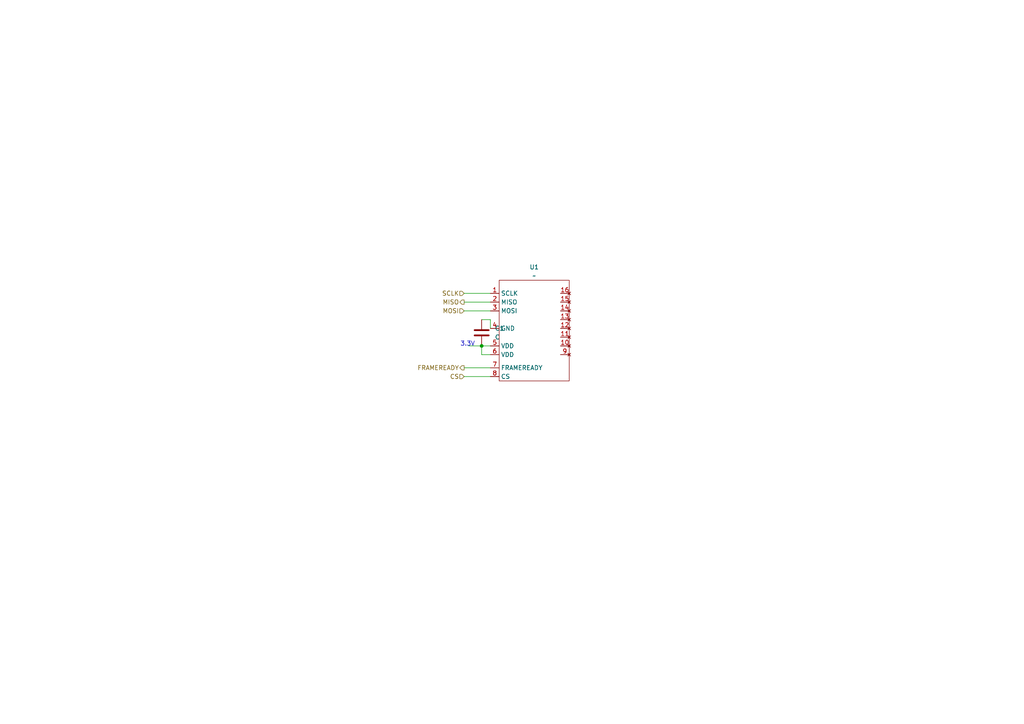
<source format=kicad_sch>
(kicad_sch
	(version 20231120)
	(generator "eeschema")
	(generator_version "8.0")
	(uuid "1f350be7-4cb5-4901-9a98-1af0b9a85fc0")
	(paper "A4")
	(title_block
		(title "SUN SENSOR ")
		(comment 1 "The MLX75306 is the Melexis 3rd generation automotive linear optical sensor array")
		(comment 2 "Applications Information(page 24), MLX75306 MELEXIS | Alldatasheet")
	)
	(lib_symbols
		(symbol "Device:C"
			(pin_numbers hide)
			(pin_names
				(offset 0.254)
			)
			(exclude_from_sim no)
			(in_bom yes)
			(on_board yes)
			(property "Reference" "C"
				(at 0.635 2.54 0)
				(effects
					(font
						(size 1.27 1.27)
					)
					(justify left)
				)
			)
			(property "Value" "C"
				(at 0.635 -2.54 0)
				(effects
					(font
						(size 1.27 1.27)
					)
					(justify left)
				)
			)
			(property "Footprint" ""
				(at 0.9652 -3.81 0)
				(effects
					(font
						(size 1.27 1.27)
					)
					(hide yes)
				)
			)
			(property "Datasheet" "~"
				(at 0 0 0)
				(effects
					(font
						(size 1.27 1.27)
					)
					(hide yes)
				)
			)
			(property "Description" "Unpolarized capacitor"
				(at 0 0 0)
				(effects
					(font
						(size 1.27 1.27)
					)
					(hide yes)
				)
			)
			(property "ki_keywords" "cap capacitor"
				(at 0 0 0)
				(effects
					(font
						(size 1.27 1.27)
					)
					(hide yes)
				)
			)
			(property "ki_fp_filters" "C_*"
				(at 0 0 0)
				(effects
					(font
						(size 1.27 1.27)
					)
					(hide yes)
				)
			)
			(symbol "C_0_1"
				(polyline
					(pts
						(xy -2.032 -0.762) (xy 2.032 -0.762)
					)
					(stroke
						(width 0.508)
						(type default)
					)
					(fill
						(type none)
					)
				)
				(polyline
					(pts
						(xy -2.032 0.762) (xy 2.032 0.762)
					)
					(stroke
						(width 0.508)
						(type default)
					)
					(fill
						(type none)
					)
				)
			)
			(symbol "C_1_1"
				(pin passive line
					(at 0 3.81 270)
					(length 2.794)
					(name "~"
						(effects
							(font
								(size 1.27 1.27)
							)
						)
					)
					(number "1"
						(effects
							(font
								(size 1.27 1.27)
							)
						)
					)
				)
				(pin passive line
					(at 0 -3.81 90)
					(length 2.794)
					(name "~"
						(effects
							(font
								(size 1.27 1.27)
							)
						)
					)
					(number "2"
						(effects
							(font
								(size 1.27 1.27)
							)
						)
					)
				)
			)
		)
		(symbol "MLX75306 SUn SENSOR:SUN_SENSOR"
			(exclude_from_sim no)
			(in_bom yes)
			(on_board yes)
			(property "Reference" "U"
				(at 0 0 0)
				(effects
					(font
						(size 1.27 1.27)
					)
				)
			)
			(property "Value" ""
				(at 0 0 0)
				(effects
					(font
						(size 1.27 1.27)
					)
				)
			)
			(property "Footprint" ""
				(at 0 0 0)
				(effects
					(font
						(size 1.27 1.27)
					)
					(hide yes)
				)
			)
			(property "Datasheet" ""
				(at 0 0 0)
				(effects
					(font
						(size 1.27 1.27)
					)
					(hide yes)
				)
			)
			(property "Description" ""
				(at 0 0 0)
				(effects
					(font
						(size 1.27 1.27)
					)
					(hide yes)
				)
			)
			(symbol "SUN_SENSOR_0_1"
				(rectangle
					(start -3.81 13.97)
					(end 16.51 -15.24)
					(stroke
						(width 0)
						(type default)
					)
					(fill
						(type none)
					)
				)
			)
			(symbol "SUN_SENSOR_1_1"
				(pin input line
					(at -6.35 10.16 0)
					(length 2.54)
					(name "SCLK"
						(effects
							(font
								(size 1.27 1.27)
							)
						)
					)
					(number "1"
						(effects
							(font
								(size 1.27 1.27)
							)
						)
					)
				)
				(pin no_connect line
					(at 16.51 -5.08 180)
					(length 2.54)
					(name ""
						(effects
							(font
								(size 1.27 1.27)
							)
						)
					)
					(number "10"
						(effects
							(font
								(size 1.27 1.27)
							)
						)
					)
				)
				(pin no_connect line
					(at 16.51 -2.54 180)
					(length 2.54)
					(name ""
						(effects
							(font
								(size 1.27 1.27)
							)
						)
					)
					(number "11"
						(effects
							(font
								(size 1.27 1.27)
							)
						)
					)
				)
				(pin no_connect line
					(at 16.51 0 180)
					(length 2.54)
					(name ""
						(effects
							(font
								(size 1.27 1.27)
							)
						)
					)
					(number "12"
						(effects
							(font
								(size 1.27 1.27)
							)
						)
					)
				)
				(pin no_connect line
					(at 16.51 2.54 180)
					(length 2.54)
					(name ""
						(effects
							(font
								(size 1.27 1.27)
							)
						)
					)
					(number "13"
						(effects
							(font
								(size 1.27 1.27)
							)
						)
					)
				)
				(pin no_connect line
					(at 16.51 5.08 180)
					(length 2.54)
					(name ""
						(effects
							(font
								(size 1.27 1.27)
							)
						)
					)
					(number "14"
						(effects
							(font
								(size 1.27 1.27)
							)
						)
					)
				)
				(pin no_connect line
					(at 16.51 7.62 180)
					(length 2.54)
					(name ""
						(effects
							(font
								(size 1.27 1.27)
							)
						)
					)
					(number "15"
						(effects
							(font
								(size 1.27 1.27)
							)
						)
					)
				)
				(pin no_connect line
					(at 16.51 10.16 180)
					(length 2.54)
					(name ""
						(effects
							(font
								(size 1.27 1.27)
							)
						)
					)
					(number "16"
						(effects
							(font
								(size 1.27 1.27)
							)
						)
					)
				)
				(pin output line
					(at -6.35 7.62 0)
					(length 2.54)
					(name "MISO"
						(effects
							(font
								(size 1.27 1.27)
							)
						)
					)
					(number "2"
						(effects
							(font
								(size 1.27 1.27)
							)
						)
					)
				)
				(pin input line
					(at -6.35 5.08 0)
					(length 2.54)
					(name "MOSI"
						(effects
							(font
								(size 1.27 1.27)
							)
						)
					)
					(number "3"
						(effects
							(font
								(size 1.27 1.27)
							)
						)
					)
				)
				(pin unspecified line
					(at -6.35 0 0)
					(length 2.54)
					(name "GND"
						(effects
							(font
								(size 1.27 1.27)
							)
						)
					)
					(number "4"
						(effects
							(font
								(size 1.27 1.27)
							)
						)
					)
				)
				(pin power_in line
					(at -6.35 -5.08 0)
					(length 2.54)
					(name "VDD"
						(effects
							(font
								(size 1.27 1.27)
							)
						)
					)
					(number "5"
						(effects
							(font
								(size 1.27 1.27)
							)
						)
					)
				)
				(pin power_in line
					(at -6.35 -7.62 0)
					(length 2.54)
					(name "VDD"
						(effects
							(font
								(size 1.27 1.27)
							)
						)
					)
					(number "6"
						(effects
							(font
								(size 1.27 1.27)
							)
						)
					)
				)
				(pin output line
					(at -6.35 -11.43 0)
					(length 2.54)
					(name "FRAMEREADY"
						(effects
							(font
								(size 1.27 1.27)
							)
						)
					)
					(number "7"
						(effects
							(font
								(size 1.27 1.27)
							)
						)
					)
				)
				(pin input line
					(at -6.35 -13.97 0)
					(length 2.54)
					(name "CS"
						(effects
							(font
								(size 1.27 1.27)
							)
						)
					)
					(number "8"
						(effects
							(font
								(size 1.27 1.27)
							)
						)
					)
				)
				(pin no_connect line
					(at 16.51 -7.62 180)
					(length 2.54)
					(name ""
						(effects
							(font
								(size 1.27 1.27)
							)
						)
					)
					(number "9"
						(effects
							(font
								(size 1.27 1.27)
							)
						)
					)
				)
			)
		)
	)
	(junction
		(at 139.7 100.33)
		(diameter 0)
		(color 0 0 0 0)
		(uuid "78e6de38-496d-40de-9e7d-81324d7d157b")
	)
	(wire
		(pts
			(xy 142.24 100.33) (xy 139.7 100.33)
		)
		(stroke
			(width 0)
			(type default)
		)
		(uuid "0b717337-1ff8-4a1b-9ab8-902afd7e7f75")
	)
	(wire
		(pts
			(xy 134.62 90.17) (xy 142.24 90.17)
		)
		(stroke
			(width 0)
			(type default)
		)
		(uuid "2491a506-50c7-49d2-ab80-4006edf96130")
	)
	(wire
		(pts
			(xy 134.62 109.22) (xy 142.24 109.22)
		)
		(stroke
			(width 0)
			(type default)
		)
		(uuid "36ea3e44-3f92-454c-a4ba-ac9490803dba")
	)
	(wire
		(pts
			(xy 134.62 87.63) (xy 142.24 87.63)
		)
		(stroke
			(width 0)
			(type default)
		)
		(uuid "4657e75a-d3dc-4f0f-8fbd-b822c5f8468c")
	)
	(wire
		(pts
			(xy 135.89 100.33) (xy 139.7 100.33)
		)
		(stroke
			(width 0)
			(type default)
		)
		(uuid "5aa67e6f-db18-4928-b1f5-e73cd4b44280")
	)
	(wire
		(pts
			(xy 139.7 100.33) (xy 139.7 102.87)
		)
		(stroke
			(width 0)
			(type default)
		)
		(uuid "64eeac0c-331b-4458-b6a6-7ac8d3007ce3")
	)
	(wire
		(pts
			(xy 139.7 92.71) (xy 142.24 92.71)
		)
		(stroke
			(width 0)
			(type default)
		)
		(uuid "7e9730b0-0979-4457-906e-8ff8b973060e")
	)
	(wire
		(pts
			(xy 139.7 102.87) (xy 142.24 102.87)
		)
		(stroke
			(width 0)
			(type default)
		)
		(uuid "82dc9de5-6358-4635-b449-518e2455e57a")
	)
	(wire
		(pts
			(xy 134.62 106.68) (xy 142.24 106.68)
		)
		(stroke
			(width 0)
			(type default)
		)
		(uuid "84370fdf-d2e0-4422-8ffb-c7f2135fc233")
	)
	(wire
		(pts
			(xy 134.62 85.09) (xy 142.24 85.09)
		)
		(stroke
			(width 0)
			(type default)
		)
		(uuid "b331b681-a794-4666-bf4d-2174fd577016")
	)
	(wire
		(pts
			(xy 142.24 92.71) (xy 142.24 95.25)
		)
		(stroke
			(width 0)
			(type default)
		)
		(uuid "f0729624-167e-46d3-8afb-f4a3681b9782")
	)
	(text "3.3V"
		(exclude_from_sim no)
		(at 135.636 99.822 0)
		(effects
			(font
				(size 1.27 1.27)
			)
		)
		(uuid "f16623c9-553f-471e-ae28-a0c8c76ed455")
	)
	(hierarchical_label "CS"
		(shape input)
		(at 134.62 109.22 180)
		(fields_autoplaced yes)
		(effects
			(font
				(size 1.27 1.27)
			)
			(justify right)
		)
		(uuid "221a4b93-77e3-4568-b2ac-5f0e12bd146d")
	)
	(hierarchical_label "MISO"
		(shape output)
		(at 134.62 87.63 180)
		(fields_autoplaced yes)
		(effects
			(font
				(size 1.27 1.27)
			)
			(justify right)
		)
		(uuid "31dd0be8-57f9-40f6-8e00-9adabe52f72b")
	)
	(hierarchical_label "FRAMEREADY"
		(shape output)
		(at 134.62 106.68 180)
		(fields_autoplaced yes)
		(effects
			(font
				(size 1.27 1.27)
			)
			(justify right)
		)
		(uuid "d6689039-9574-4183-9c3e-e81d5d67cf5e")
	)
	(hierarchical_label "MOSI"
		(shape input)
		(at 134.62 90.17 180)
		(fields_autoplaced yes)
		(effects
			(font
				(size 1.27 1.27)
			)
			(justify right)
		)
		(uuid "e79ba968-483f-44f6-9e4a-4d00090ca63d")
	)
	(hierarchical_label "SCLK"
		(shape input)
		(at 134.62 85.09 180)
		(fields_autoplaced yes)
		(effects
			(font
				(size 1.27 1.27)
			)
			(justify right)
		)
		(uuid "f9615162-e0db-461c-aec4-c206a2afd35a")
	)
	(symbol
		(lib_id "MLX75306 SUn SENSOR:SUN_SENSOR")
		(at 148.59 95.25 0)
		(unit 1)
		(exclude_from_sim no)
		(in_bom yes)
		(on_board yes)
		(dnp no)
		(fields_autoplaced yes)
		(uuid "46c4995e-0dfc-48ac-82e2-6d610a3f5640")
		(property "Reference" "U1"
			(at 154.94 77.47 0)
			(effects
				(font
					(size 1.27 1.27)
				)
			)
		)
		(property "Value" "~"
			(at 154.94 80.01 0)
			(effects
				(font
					(size 1.27 1.27)
				)
			)
		)
		(property "Footprint" ""
			(at 148.59 95.25 0)
			(effects
				(font
					(size 1.27 1.27)
				)
				(hide yes)
			)
		)
		(property "Datasheet" ""
			(at 148.59 95.25 0)
			(effects
				(font
					(size 1.27 1.27)
				)
				(hide yes)
			)
		)
		(property "Description" ""
			(at 148.59 95.25 0)
			(effects
				(font
					(size 1.27 1.27)
				)
				(hide yes)
			)
		)
		(pin "6"
			(uuid "7b81ed8d-14f9-44c0-a325-7e33a3d4690a")
		)
		(pin "16"
			(uuid "6e001f3c-f97a-482e-a07a-a31cb069e691")
		)
		(pin "12"
			(uuid "30246549-991f-428c-a179-40ad88388cf0")
		)
		(pin "11"
			(uuid "e3d74c1c-31bd-41ce-8c68-e4ad7ea53255")
		)
		(pin "2"
			(uuid "36d998c0-4090-49d0-bbd4-39a2ccc794b0")
		)
		(pin "3"
			(uuid "ad92c4ce-3b62-4d9c-8edf-425c3c19b2b7")
		)
		(pin "9"
			(uuid "c689f140-98ae-4ffa-b1f4-0bc069d079a7")
		)
		(pin "8"
			(uuid "eb14b587-a064-43a4-a71d-4987f6e302e1")
		)
		(pin "13"
			(uuid "576b8f16-ccab-4ff5-90ee-546fa55d07e3")
		)
		(pin "14"
			(uuid "5dcdd890-4325-4095-a8d3-b29c1dd5fd77")
		)
		(pin "15"
			(uuid "2f58b478-b381-4e1c-99f4-b2f4ec51a862")
		)
		(pin "4"
			(uuid "e8752392-928b-43f6-90fe-cfa71362b7df")
		)
		(pin "5"
			(uuid "06a8eac8-9c12-41af-af68-c1b99a1ad4dc")
		)
		(pin "7"
			(uuid "018a3fb5-3b95-47ee-997b-ee137e6a3da9")
		)
		(pin "10"
			(uuid "1bddbb27-7d2a-4ba9-b23f-ba0a65168a71")
		)
		(pin "1"
			(uuid "c2bd76cc-45f8-4f1a-8d3b-e9d7e4d26181")
		)
		(instances
			(project ""
				(path "/1f350be7-4cb5-4901-9a98-1af0b9a85fc0"
					(reference "U1")
					(unit 1)
				)
			)
		)
	)
	(symbol
		(lib_id "Device:C")
		(at 139.7 96.52 0)
		(unit 1)
		(exclude_from_sim no)
		(in_bom yes)
		(on_board yes)
		(dnp no)
		(fields_autoplaced yes)
		(uuid "61c950f5-3238-4181-9de9-afa409cdfea3")
		(property "Reference" "C1"
			(at 143.51 95.2499 0)
			(effects
				(font
					(size 1.27 1.27)
				)
				(justify left)
			)
		)
		(property "Value" "C"
			(at 143.51 97.7899 0)
			(effects
				(font
					(size 1.27 1.27)
				)
				(justify left)
			)
		)
		(property "Footprint" ""
			(at 140.6652 100.33 0)
			(effects
				(font
					(size 1.27 1.27)
				)
				(hide yes)
			)
		)
		(property "Datasheet" "~"
			(at 139.7 96.52 0)
			(effects
				(font
					(size 1.27 1.27)
				)
				(hide yes)
			)
		)
		(property "Description" "Unpolarized capacitor"
			(at 139.7 96.52 0)
			(effects
				(font
					(size 1.27 1.27)
				)
				(hide yes)
			)
		)
		(pin "2"
			(uuid "ca08997f-5d29-40ba-8709-e314e31ca1e0")
		)
		(pin "1"
			(uuid "4c18c6c4-e41d-4fd0-b8b5-2b781e08c34f")
		)
		(instances
			(project ""
				(path "/1f350be7-4cb5-4901-9a98-1af0b9a85fc0"
					(reference "C1")
					(unit 1)
				)
			)
		)
	)
	(sheet_instances
		(path "/"
			(page "1")
		)
	)
)

</source>
